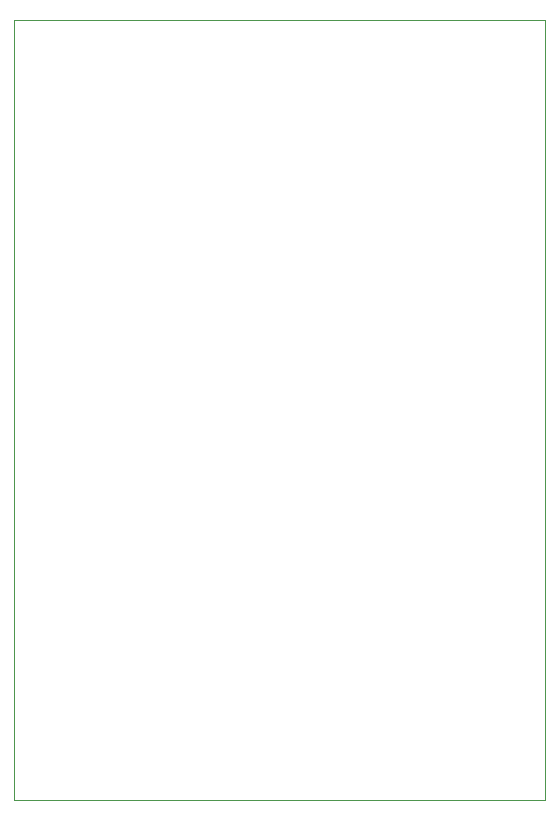
<source format=gm1>
G04 #@! TF.GenerationSoftware,KiCad,Pcbnew,(6.0.8)*
G04 #@! TF.CreationDate,2022-11-14T23:42:09+02:00*
G04 #@! TF.ProjectId,line_sensor_encoder,6c696e65-5f73-4656-9e73-6f725f656e63,rev?*
G04 #@! TF.SameCoordinates,Original*
G04 #@! TF.FileFunction,Profile,NP*
%FSLAX46Y46*%
G04 Gerber Fmt 4.6, Leading zero omitted, Abs format (unit mm)*
G04 Created by KiCad (PCBNEW (6.0.8)) date 2022-11-14 23:42:09*
%MOMM*%
%LPD*%
G01*
G04 APERTURE LIST*
G04 #@! TA.AperFunction,Profile*
%ADD10C,0.100000*%
G04 #@! TD*
G04 APERTURE END LIST*
D10*
X115250000Y-93000000D02*
X160250000Y-93000000D01*
X160250000Y-93000000D02*
X160250000Y-159000000D01*
X160250000Y-159000000D02*
X115250000Y-159000000D01*
X115250000Y-159000000D02*
X115250000Y-93000000D01*
M02*

</source>
